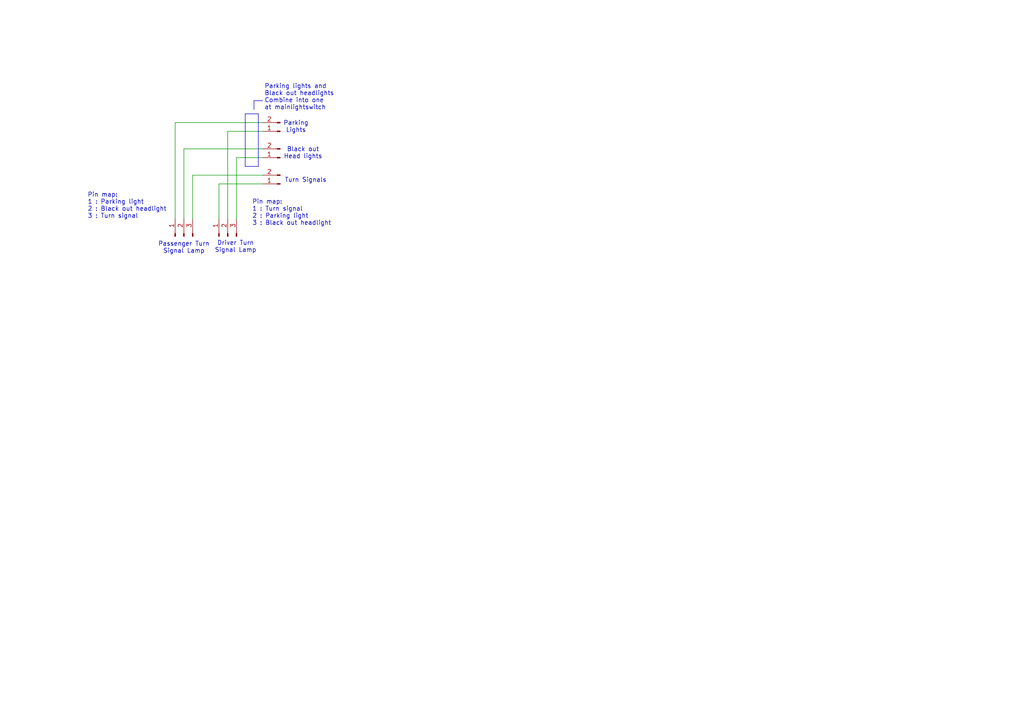
<source format=kicad_sch>
(kicad_sch
	(version 20250114)
	(generator "eeschema")
	(generator_version "9.0")
	(uuid "c7593c39-c02c-4bdd-81d9-44bc3cce47f9")
	(paper "A4")
	(lib_symbols
		(symbol "Connector:Conn_01x02_Pin"
			(pin_names
				(offset 1.016)
				(hide yes)
			)
			(exclude_from_sim no)
			(in_bom yes)
			(on_board yes)
			(property "Reference" "J"
				(at 0 2.54 0)
				(effects
					(font
						(size 1.27 1.27)
					)
				)
			)
			(property "Value" "Conn_01x02_Pin"
				(at 0 -5.08 0)
				(effects
					(font
						(size 1.27 1.27)
					)
				)
			)
			(property "Footprint" ""
				(at 0 0 0)
				(effects
					(font
						(size 1.27 1.27)
					)
					(hide yes)
				)
			)
			(property "Datasheet" "~"
				(at 0 0 0)
				(effects
					(font
						(size 1.27 1.27)
					)
					(hide yes)
				)
			)
			(property "Description" "Generic connector, single row, 01x02, script generated"
				(at 0 0 0)
				(effects
					(font
						(size 1.27 1.27)
					)
					(hide yes)
				)
			)
			(property "ki_locked" ""
				(at 0 0 0)
				(effects
					(font
						(size 1.27 1.27)
					)
				)
			)
			(property "ki_keywords" "connector"
				(at 0 0 0)
				(effects
					(font
						(size 1.27 1.27)
					)
					(hide yes)
				)
			)
			(property "ki_fp_filters" "Connector*:*_1x??_*"
				(at 0 0 0)
				(effects
					(font
						(size 1.27 1.27)
					)
					(hide yes)
				)
			)
			(symbol "Conn_01x02_Pin_1_1"
				(rectangle
					(start 0.8636 0.127)
					(end 0 -0.127)
					(stroke
						(width 0.1524)
						(type default)
					)
					(fill
						(type outline)
					)
				)
				(rectangle
					(start 0.8636 -2.413)
					(end 0 -2.667)
					(stroke
						(width 0.1524)
						(type default)
					)
					(fill
						(type outline)
					)
				)
				(polyline
					(pts
						(xy 1.27 0) (xy 0.8636 0)
					)
					(stroke
						(width 0.1524)
						(type default)
					)
					(fill
						(type none)
					)
				)
				(polyline
					(pts
						(xy 1.27 -2.54) (xy 0.8636 -2.54)
					)
					(stroke
						(width 0.1524)
						(type default)
					)
					(fill
						(type none)
					)
				)
				(pin passive line
					(at 5.08 0 180)
					(length 3.81)
					(name "Pin_1"
						(effects
							(font
								(size 1.27 1.27)
							)
						)
					)
					(number "1"
						(effects
							(font
								(size 1.27 1.27)
							)
						)
					)
				)
				(pin passive line
					(at 5.08 -2.54 180)
					(length 3.81)
					(name "Pin_2"
						(effects
							(font
								(size 1.27 1.27)
							)
						)
					)
					(number "2"
						(effects
							(font
								(size 1.27 1.27)
							)
						)
					)
				)
			)
			(embedded_fonts no)
		)
		(symbol "Connector:Conn_01x03_Pin"
			(pin_names
				(offset 1.016)
				(hide yes)
			)
			(exclude_from_sim no)
			(in_bom yes)
			(on_board yes)
			(property "Reference" "J"
				(at 0 5.08 0)
				(effects
					(font
						(size 1.27 1.27)
					)
				)
			)
			(property "Value" "Conn_01x03_Pin"
				(at 0 -5.08 0)
				(effects
					(font
						(size 1.27 1.27)
					)
				)
			)
			(property "Footprint" ""
				(at 0 0 0)
				(effects
					(font
						(size 1.27 1.27)
					)
					(hide yes)
				)
			)
			(property "Datasheet" "~"
				(at 0 0 0)
				(effects
					(font
						(size 1.27 1.27)
					)
					(hide yes)
				)
			)
			(property "Description" "Generic connector, single row, 01x03, script generated"
				(at 0 0 0)
				(effects
					(font
						(size 1.27 1.27)
					)
					(hide yes)
				)
			)
			(property "ki_locked" ""
				(at 0 0 0)
				(effects
					(font
						(size 1.27 1.27)
					)
				)
			)
			(property "ki_keywords" "connector"
				(at 0 0 0)
				(effects
					(font
						(size 1.27 1.27)
					)
					(hide yes)
				)
			)
			(property "ki_fp_filters" "Connector*:*_1x??_*"
				(at 0 0 0)
				(effects
					(font
						(size 1.27 1.27)
					)
					(hide yes)
				)
			)
			(symbol "Conn_01x03_Pin_1_1"
				(rectangle
					(start 0.8636 2.667)
					(end 0 2.413)
					(stroke
						(width 0.1524)
						(type default)
					)
					(fill
						(type outline)
					)
				)
				(rectangle
					(start 0.8636 0.127)
					(end 0 -0.127)
					(stroke
						(width 0.1524)
						(type default)
					)
					(fill
						(type outline)
					)
				)
				(rectangle
					(start 0.8636 -2.413)
					(end 0 -2.667)
					(stroke
						(width 0.1524)
						(type default)
					)
					(fill
						(type outline)
					)
				)
				(polyline
					(pts
						(xy 1.27 2.54) (xy 0.8636 2.54)
					)
					(stroke
						(width 0.1524)
						(type default)
					)
					(fill
						(type none)
					)
				)
				(polyline
					(pts
						(xy 1.27 0) (xy 0.8636 0)
					)
					(stroke
						(width 0.1524)
						(type default)
					)
					(fill
						(type none)
					)
				)
				(polyline
					(pts
						(xy 1.27 -2.54) (xy 0.8636 -2.54)
					)
					(stroke
						(width 0.1524)
						(type default)
					)
					(fill
						(type none)
					)
				)
				(pin passive line
					(at 5.08 2.54 180)
					(length 3.81)
					(name "Pin_1"
						(effects
							(font
								(size 1.27 1.27)
							)
						)
					)
					(number "1"
						(effects
							(font
								(size 1.27 1.27)
							)
						)
					)
				)
				(pin passive line
					(at 5.08 0 180)
					(length 3.81)
					(name "Pin_2"
						(effects
							(font
								(size 1.27 1.27)
							)
						)
					)
					(number "2"
						(effects
							(font
								(size 1.27 1.27)
							)
						)
					)
				)
				(pin passive line
					(at 5.08 -2.54 180)
					(length 3.81)
					(name "Pin_3"
						(effects
							(font
								(size 1.27 1.27)
							)
						)
					)
					(number "3"
						(effects
							(font
								(size 1.27 1.27)
							)
						)
					)
				)
			)
			(embedded_fonts no)
		)
	)
	(rectangle
		(start 71.12 33.02)
		(end 74.93 48.26)
		(stroke
			(width 0)
			(type default)
		)
		(fill
			(type none)
		)
		(uuid 7754cded-55e5-4299-a2df-ccae7636d8df)
	)
	(text "Passenger Turn\nSignal Lamp"
		(exclude_from_sim no)
		(at 53.34 71.882 0)
		(effects
			(font
				(size 1.27 1.27)
			)
		)
		(uuid "365f9fe8-ce87-468c-a2cc-31a0bb2bed40")
	)
	(text "Driver Turn\nSignal Lamp"
		(exclude_from_sim no)
		(at 68.326 71.628 0)
		(effects
			(font
				(size 1.27 1.27)
			)
		)
		(uuid "3f6d2de2-f003-4821-a9cb-825ffd3d9063")
	)
	(text "Black out\nHead lights"
		(exclude_from_sim no)
		(at 87.884 44.45 0)
		(effects
			(font
				(size 1.27 1.27)
			)
		)
		(uuid "40ff4ebe-6585-42ce-a1c6-e07e750e5d00")
	)
	(text "Pin map:\n1 : Turn signal\n2 : Parking light\n3 : Black out headlight"
		(exclude_from_sim no)
		(at 73.152 61.722 0)
		(effects
			(font
				(size 1.27 1.27)
			)
			(justify left)
		)
		(uuid "8ab3fc44-455d-429b-b7a5-e8604cb77118")
	)
	(text "Turn Signals"
		(exclude_from_sim no)
		(at 88.646 52.324 0)
		(effects
			(font
				(size 1.27 1.27)
			)
		)
		(uuid "939bcd4b-babc-48d9-b674-a87508bacf8c")
	)
	(text "Pin map:\n1 : Parking light\n2 : Black out headlight\n3 : Turn signal"
		(exclude_from_sim no)
		(at 25.4 59.69 0)
		(effects
			(font
				(size 1.27 1.27)
			)
			(justify left)
		)
		(uuid "997f29bd-a583-4505-bd3e-d7dbddf96d12")
	)
	(text "Parking lights and\nBlack out headlights\nCombine into one\nat mainlightswitch"
		(exclude_from_sim no)
		(at 76.708 28.194 0)
		(effects
			(font
				(size 1.27 1.27)
			)
			(justify left)
		)
		(uuid "c01f77c2-5bdf-49d0-a968-29dfb03c201b")
	)
	(text "Parking\nLights"
		(exclude_from_sim no)
		(at 85.852 36.83 0)
		(effects
			(font
				(size 1.27 1.27)
			)
		)
		(uuid "ed9347d4-14b6-4755-8253-b76ccdbf3482")
	)
	(wire
		(pts
			(xy 66.04 38.1) (xy 76.2 38.1)
		)
		(stroke
			(width 0)
			(type default)
		)
		(uuid "01b8944b-feab-4bce-a0d1-bab69966df48")
	)
	(wire
		(pts
			(xy 50.8 63.5) (xy 50.8 35.56)
		)
		(stroke
			(width 0)
			(type default)
		)
		(uuid "0fdfde3d-b9d1-4a5b-b8ed-7062ee53951d")
	)
	(wire
		(pts
			(xy 66.04 63.5) (xy 66.04 38.1)
		)
		(stroke
			(width 0)
			(type default)
		)
		(uuid "10d9ea92-10c4-428b-a6a8-0499b9853d4f")
	)
	(wire
		(pts
			(xy 53.34 43.18) (xy 76.2 43.18)
		)
		(stroke
			(width 0)
			(type default)
		)
		(uuid "12c60422-e7cb-49b9-a36a-c9c637f43a04")
	)
	(polyline
		(pts
			(xy 73.66 31.75) (xy 73.66 29.21)
		)
		(stroke
			(width 0)
			(type default)
		)
		(uuid "2727e22f-2063-4184-92d3-bdac28473124")
	)
	(polyline
		(pts
			(xy 73.66 29.21) (xy 76.2 29.21)
		)
		(stroke
			(width 0)
			(type default)
		)
		(uuid "2d972d37-d61d-4dbb-a0df-c60988ed4efb")
	)
	(wire
		(pts
			(xy 63.5 53.34) (xy 76.2 53.34)
		)
		(stroke
			(width 0)
			(type default)
		)
		(uuid "327b4ab3-f102-4863-9bd9-cfd8eaf8fb1b")
	)
	(wire
		(pts
			(xy 50.8 35.56) (xy 76.2 35.56)
		)
		(stroke
			(width 0)
			(type default)
		)
		(uuid "3291d78a-4cb7-4dc6-a11d-b9666f434d57")
	)
	(wire
		(pts
			(xy 68.58 63.5) (xy 68.58 45.72)
		)
		(stroke
			(width 0)
			(type default)
		)
		(uuid "5be60f9c-8a8d-4866-9dbf-163884773e81")
	)
	(wire
		(pts
			(xy 53.34 63.5) (xy 53.34 43.18)
		)
		(stroke
			(width 0)
			(type default)
		)
		(uuid "806b9fdb-b906-4e62-b58d-fe75e24343f3")
	)
	(wire
		(pts
			(xy 55.88 63.5) (xy 55.88 50.8)
		)
		(stroke
			(width 0)
			(type default)
		)
		(uuid "86d9dcae-a0ed-4637-9c75-b6deb710b3fb")
	)
	(wire
		(pts
			(xy 55.88 50.8) (xy 76.2 50.8)
		)
		(stroke
			(width 0)
			(type default)
		)
		(uuid "a239c652-6b39-4769-9501-7b7f5ffa7eab")
	)
	(wire
		(pts
			(xy 63.5 63.5) (xy 63.5 53.34)
		)
		(stroke
			(width 0)
			(type default)
		)
		(uuid "aa94e618-1e9a-42c1-845c-fa87906e06a3")
	)
	(wire
		(pts
			(xy 68.58 45.72) (xy 76.2 45.72)
		)
		(stroke
			(width 0)
			(type default)
		)
		(uuid "d1c19c9d-3885-4702-9a34-e5a340361062")
	)
	(symbol
		(lib_id "Connector:Conn_01x03_Pin")
		(at 66.04 68.58 90)
		(unit 1)
		(exclude_from_sim no)
		(in_bom yes)
		(on_board yes)
		(dnp no)
		(fields_autoplaced yes)
		(uuid "09d53718-cbc3-425a-a2e4-b728106747f5")
		(property "Reference" "J2"
			(at 66.04 71.12 90)
			(effects
				(font
					(size 1.27 1.27)
				)
				(hide yes)
			)
		)
		(property "Value" "Conn_01x03_Pin"
			(at 66.04 73.66 90)
			(effects
				(font
					(size 1.27 1.27)
				)
				(hide yes)
			)
		)
		(property "Footprint" ""
			(at 66.04 68.58 0)
			(effects
				(font
					(size 1.27 1.27)
				)
				(hide yes)
			)
		)
		(property "Datasheet" "~"
			(at 66.04 68.58 0)
			(effects
				(font
					(size 1.27 1.27)
				)
				(hide yes)
			)
		)
		(property "Description" "Generic connector, single row, 01x03, script generated"
			(at 66.04 68.58 0)
			(effects
				(font
					(size 1.27 1.27)
				)
				(hide yes)
			)
		)
		(pin "3"
			(uuid "31ab8093-3f3f-493c-8662-78af34a54439")
		)
		(pin "2"
			(uuid "a4adaf63-c386-48dc-86d2-89dc2a5d39f3")
		)
		(pin "1"
			(uuid "a5918acb-31f4-4caf-bc42-35fc040490e2")
		)
		(instances
			(project ""
				(path "/ee750fe7-635a-4346-9e68-cda6a2631607/d4b34e81-39c5-41f5-9063-548e76dd1ef5"
					(reference "J2")
					(unit 1)
				)
			)
		)
	)
	(symbol
		(lib_id "Connector:Conn_01x02_Pin")
		(at 81.28 38.1 180)
		(unit 1)
		(exclude_from_sim no)
		(in_bom yes)
		(on_board yes)
		(dnp no)
		(fields_autoplaced yes)
		(uuid "9aab2cf0-b459-4ff5-bcce-156ded2a1844")
		(property "Reference" "J5"
			(at 82.55 35.5599 0)
			(effects
				(font
					(size 1.27 1.27)
				)
				(justify right)
				(hide yes)
			)
		)
		(property "Value" "Conn_01x02_Pin"
			(at 82.55 38.0999 0)
			(effects
				(font
					(size 1.27 1.27)
				)
				(justify right)
				(hide yes)
			)
		)
		(property "Footprint" ""
			(at 81.28 38.1 0)
			(effects
				(font
					(size 1.27 1.27)
				)
				(hide yes)
			)
		)
		(property "Datasheet" "~"
			(at 81.28 38.1 0)
			(effects
				(font
					(size 1.27 1.27)
				)
				(hide yes)
			)
		)
		(property "Description" "Generic connector, single row, 01x02, script generated"
			(at 81.28 38.1 0)
			(effects
				(font
					(size 1.27 1.27)
				)
				(hide yes)
			)
		)
		(pin "1"
			(uuid "5087ed21-dacb-4621-b096-abcae57624df")
		)
		(pin "2"
			(uuid "5cc67307-b81a-4b4f-98cf-cf2a8331e5ee")
		)
		(instances
			(project ""
				(path "/ee750fe7-635a-4346-9e68-cda6a2631607/d4b34e81-39c5-41f5-9063-548e76dd1ef5"
					(reference "J5")
					(unit 1)
				)
			)
		)
	)
	(symbol
		(lib_id "Connector:Conn_01x02_Pin")
		(at 81.28 53.34 180)
		(unit 1)
		(exclude_from_sim no)
		(in_bom yes)
		(on_board yes)
		(dnp no)
		(fields_autoplaced yes)
		(uuid "a88e884f-a13f-4be0-9b4c-d615275ed64c")
		(property "Reference" "J3"
			(at 82.55 50.7999 0)
			(effects
				(font
					(size 1.27 1.27)
				)
				(justify right)
				(hide yes)
			)
		)
		(property "Value" "Conn_01x02_Pin"
			(at 82.55 53.3399 0)
			(effects
				(font
					(size 1.27 1.27)
				)
				(justify right)
				(hide yes)
			)
		)
		(property "Footprint" ""
			(at 81.28 53.34 0)
			(effects
				(font
					(size 1.27 1.27)
				)
				(hide yes)
			)
		)
		(property "Datasheet" "~"
			(at 81.28 53.34 0)
			(effects
				(font
					(size 1.27 1.27)
				)
				(hide yes)
			)
		)
		(property "Description" "Generic connector, single row, 01x02, script generated"
			(at 81.28 53.34 0)
			(effects
				(font
					(size 1.27 1.27)
				)
				(hide yes)
			)
		)
		(pin "1"
			(uuid "5087ed21-dacb-4621-b096-abcae57624df")
		)
		(pin "2"
			(uuid "5cc67307-b81a-4b4f-98cf-cf2a8331e5ee")
		)
		(instances
			(project ""
				(path "/ee750fe7-635a-4346-9e68-cda6a2631607/d4b34e81-39c5-41f5-9063-548e76dd1ef5"
					(reference "J3")
					(unit 1)
				)
			)
		)
	)
	(symbol
		(lib_id "Connector:Conn_01x03_Pin")
		(at 53.34 68.58 90)
		(unit 1)
		(exclude_from_sim no)
		(in_bom yes)
		(on_board yes)
		(dnp no)
		(fields_autoplaced yes)
		(uuid "dc40653a-ca21-4741-a153-09569b8f34eb")
		(property "Reference" "J1"
			(at 53.34 71.12 90)
			(effects
				(font
					(size 1.27 1.27)
				)
				(hide yes)
			)
		)
		(property "Value" "Conn_01x03_Pin"
			(at 53.34 73.66 90)
			(effects
				(font
					(size 1.27 1.27)
				)
				(hide yes)
			)
		)
		(property "Footprint" ""
			(at 53.34 68.58 0)
			(effects
				(font
					(size 1.27 1.27)
				)
				(hide yes)
			)
		)
		(property "Datasheet" "~"
			(at 53.34 68.58 0)
			(effects
				(font
					(size 1.27 1.27)
				)
				(hide yes)
			)
		)
		(property "Description" "Generic connector, single row, 01x03, script generated"
			(at 53.34 68.58 0)
			(effects
				(font
					(size 1.27 1.27)
				)
				(hide yes)
			)
		)
		(pin "3"
			(uuid "31ab8093-3f3f-493c-8662-78af34a54439")
		)
		(pin "2"
			(uuid "a4adaf63-c386-48dc-86d2-89dc2a5d39f3")
		)
		(pin "1"
			(uuid "a5918acb-31f4-4caf-bc42-35fc040490e2")
		)
		(instances
			(project ""
				(path "/ee750fe7-635a-4346-9e68-cda6a2631607/d4b34e81-39c5-41f5-9063-548e76dd1ef5"
					(reference "J1")
					(unit 1)
				)
			)
		)
	)
	(symbol
		(lib_id "Connector:Conn_01x02_Pin")
		(at 81.28 45.72 180)
		(unit 1)
		(exclude_from_sim no)
		(in_bom yes)
		(on_board yes)
		(dnp no)
		(fields_autoplaced yes)
		(uuid "f6427018-427c-4cff-8207-b46be34705eb")
		(property "Reference" "J4"
			(at 82.55 43.1799 0)
			(effects
				(font
					(size 1.27 1.27)
				)
				(justify right)
				(hide yes)
			)
		)
		(property "Value" "Conn_01x02_Pin"
			(at 82.55 45.7199 0)
			(effects
				(font
					(size 1.27 1.27)
				)
				(justify right)
				(hide yes)
			)
		)
		(property "Footprint" ""
			(at 81.28 45.72 0)
			(effects
				(font
					(size 1.27 1.27)
				)
				(hide yes)
			)
		)
		(property "Datasheet" "~"
			(at 81.28 45.72 0)
			(effects
				(font
					(size 1.27 1.27)
				)
				(hide yes)
			)
		)
		(property "Description" "Generic connector, single row, 01x02, script generated"
			(at 81.28 45.72 0)
			(effects
				(font
					(size 1.27 1.27)
				)
				(hide yes)
			)
		)
		(pin "1"
			(uuid "5087ed21-dacb-4621-b096-abcae57624df")
		)
		(pin "2"
			(uuid "5cc67307-b81a-4b4f-98cf-cf2a8331e5ee")
		)
		(instances
			(project ""
				(path "/ee750fe7-635a-4346-9e68-cda6a2631607/d4b34e81-39c5-41f5-9063-548e76dd1ef5"
					(reference "J4")
					(unit 1)
				)
			)
		)
	)
)

</source>
